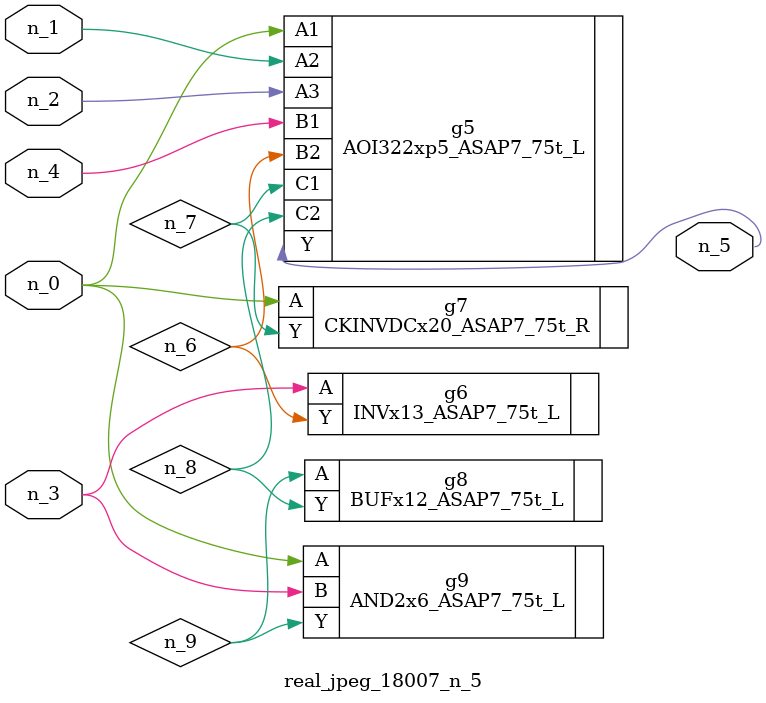
<source format=v>
module real_jpeg_18007_n_5 (n_4, n_0, n_1, n_2, n_3, n_5);

input n_4;
input n_0;
input n_1;
input n_2;
input n_3;

output n_5;

wire n_8;
wire n_6;
wire n_7;
wire n_9;

AOI322xp5_ASAP7_75t_L g5 ( 
.A1(n_0),
.A2(n_1),
.A3(n_2),
.B1(n_4),
.B2(n_6),
.C1(n_7),
.C2(n_8),
.Y(n_5)
);

CKINVDCx20_ASAP7_75t_R g7 ( 
.A(n_0),
.Y(n_7)
);

AND2x6_ASAP7_75t_L g9 ( 
.A(n_0),
.B(n_3),
.Y(n_9)
);

INVx13_ASAP7_75t_L g6 ( 
.A(n_3),
.Y(n_6)
);

BUFx12_ASAP7_75t_L g8 ( 
.A(n_9),
.Y(n_8)
);


endmodule
</source>
